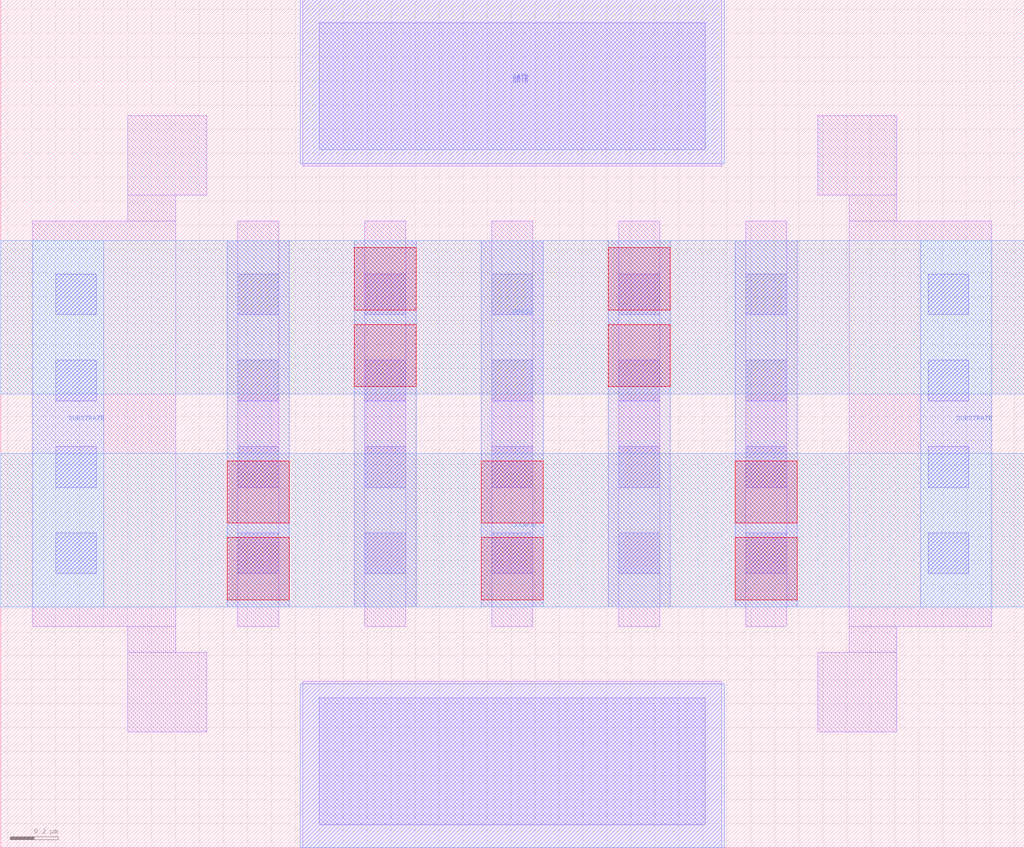
<source format=lef>
# Copyright 2020 The SkyWater PDK Authors
#
# Licensed under the Apache License, Version 2.0 (the "License");
# you may not use this file except in compliance with the License.
# You may obtain a copy of the License at
#
#     https://www.apache.org/licenses/LICENSE-2.0
#
# Unless required by applicable law or agreed to in writing, software
# distributed under the License is distributed on an "AS IS" BASIS,
# WITHOUT WARRANTIES OR CONDITIONS OF ANY KIND, either express or implied.
# See the License for the specific language governing permissions and
# limitations under the License.
#
# SPDX-License-Identifier: Apache-2.0

VERSION 5.7 ;
  NOWIREEXTENSIONATPIN ON ;
  DIVIDERCHAR "/" ;
  BUSBITCHARS "[]" ;
MACRO sky130_fd_pr__rf_nfet_01v8_lvt_bM04W1p65L0p25
  CLASS BLOCK ;
  FOREIGN sky130_fd_pr__rf_nfet_01v8_lvt_bM04W1p65L0p25 ;
  ORIGIN -0.070000  0.000000 ;
  SIZE  4.270000 BY  3.540000 ;
  PIN DRAIN
    ANTENNADIFFAREA  0.924000 ;
    PORT
      LAYER met2 ;
        RECT 0.070000 1.895000 4.340000 2.535000 ;
    END
  END DRAIN
  PIN GATE
    ANTENNAGATEAREA  1.650000 ;
    PORT
      LAYER li1 ;
        RECT 1.330000 0.000000 3.080000 0.695000 ;
        RECT 1.330000 2.845000 3.080000 3.540000 ;
      LAYER mcon ;
        RECT 1.400000 0.095000 3.010000 0.625000 ;
        RECT 1.400000 2.915000 3.010000 3.445000 ;
    END
    PORT
      LAYER met1 ;
        RECT 1.320000 0.000000 3.090000 0.685000 ;
        RECT 1.320000 2.855000 3.090000 3.540000 ;
    END
  END GATE
  PIN SOURCE
    ANTENNADIFFAREA  1.386000 ;
    PORT
      LAYER met2 ;
        RECT 0.070000 1.005000 4.340000 1.645000 ;
    END
  END SOURCE
  PIN SUBSTRATE
    ANTENNADIFFAREA  1.072500 ;
    ANTENNAGATEAREA  0.247500 ;
    PORT
      LAYER met1 ;
        RECT 0.205000 1.005000 0.500000 2.535000 ;
    END
    PORT
      LAYER met1 ;
        RECT 3.910000 1.005000 4.205000 2.535000 ;
    END
  END SUBSTRATE
  OBS
    LAYER li1 ;
      RECT 0.205000 0.925000 0.800000 2.615000 ;
      RECT 0.600000 0.485000 0.930000 0.815000 ;
      RECT 0.600000 0.815000 0.800000 0.925000 ;
      RECT 0.600000 2.615000 0.800000 2.725000 ;
      RECT 0.600000 2.725000 0.930000 3.055000 ;
      RECT 1.060000 0.925000 1.230000 2.615000 ;
      RECT 1.590000 0.925000 1.760000 2.615000 ;
      RECT 2.120000 0.925000 2.290000 2.615000 ;
      RECT 2.650000 0.925000 2.820000 2.615000 ;
      RECT 3.180000 0.925000 3.350000 2.615000 ;
      RECT 3.480000 0.485000 3.810000 0.815000 ;
      RECT 3.480000 2.725000 3.810000 3.055000 ;
      RECT 3.610000 0.815000 3.810000 0.925000 ;
      RECT 3.610000 0.925000 4.205000 2.615000 ;
      RECT 3.610000 2.615000 3.810000 2.725000 ;
    LAYER mcon ;
      RECT 0.300000 1.145000 0.470000 1.315000 ;
      RECT 0.300000 1.505000 0.470000 1.675000 ;
      RECT 0.300000 1.865000 0.470000 2.035000 ;
      RECT 0.300000 2.225000 0.470000 2.395000 ;
      RECT 1.060000 1.145000 1.230000 1.315000 ;
      RECT 1.060000 1.505000 1.230000 1.675000 ;
      RECT 1.060000 1.865000 1.230000 2.035000 ;
      RECT 1.060000 2.225000 1.230000 2.395000 ;
      RECT 1.590000 1.145000 1.760000 1.315000 ;
      RECT 1.590000 1.505000 1.760000 1.675000 ;
      RECT 1.590000 1.865000 1.760000 2.035000 ;
      RECT 1.590000 2.225000 1.760000 2.395000 ;
      RECT 2.120000 1.145000 2.290000 1.315000 ;
      RECT 2.120000 1.505000 2.290000 1.675000 ;
      RECT 2.120000 1.865000 2.290000 2.035000 ;
      RECT 2.120000 2.225000 2.290000 2.395000 ;
      RECT 2.650000 1.145000 2.820000 1.315000 ;
      RECT 2.650000 1.505000 2.820000 1.675000 ;
      RECT 2.650000 1.865000 2.820000 2.035000 ;
      RECT 2.650000 2.225000 2.820000 2.395000 ;
      RECT 3.180000 1.145000 3.350000 1.315000 ;
      RECT 3.180000 1.505000 3.350000 1.675000 ;
      RECT 3.180000 1.865000 3.350000 2.035000 ;
      RECT 3.180000 2.225000 3.350000 2.395000 ;
      RECT 3.940000 1.145000 4.110000 1.315000 ;
      RECT 3.940000 1.505000 4.110000 1.675000 ;
      RECT 3.940000 1.865000 4.110000 2.035000 ;
      RECT 3.940000 2.225000 4.110000 2.395000 ;
    LAYER met1 ;
      RECT 1.015000 1.005000 1.275000 2.535000 ;
      RECT 1.545000 1.005000 1.805000 2.535000 ;
      RECT 2.075000 1.005000 2.335000 2.535000 ;
      RECT 2.605000 1.005000 2.865000 2.535000 ;
      RECT 3.135000 1.005000 3.395000 2.535000 ;
    LAYER via ;
      RECT 1.015000 1.035000 1.275000 1.295000 ;
      RECT 1.015000 1.355000 1.275000 1.615000 ;
      RECT 1.545000 1.925000 1.805000 2.185000 ;
      RECT 1.545000 2.245000 1.805000 2.505000 ;
      RECT 2.075000 1.035000 2.335000 1.295000 ;
      RECT 2.075000 1.355000 2.335000 1.615000 ;
      RECT 2.605000 1.925000 2.865000 2.185000 ;
      RECT 2.605000 2.245000 2.865000 2.505000 ;
      RECT 3.135000 1.035000 3.395000 1.295000 ;
      RECT 3.135000 1.355000 3.395000 1.615000 ;
  END
END sky130_fd_pr__rf_nfet_01v8_lvt_bM04W1p65L0p25
END LIBRARY

</source>
